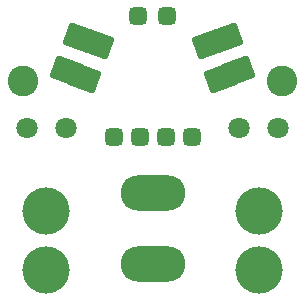
<source format=gbr>
%TF.GenerationSoftware,KiCad,Pcbnew,(6.0.5)*%
%TF.CreationDate,2022-11-23T01:52:28-05:00*%
%TF.ProjectId,Eggman3,4567676d-616e-4332-9e6b-696361645f70,rev?*%
%TF.SameCoordinates,Original*%
%TF.FileFunction,Soldermask,Bot*%
%TF.FilePolarity,Negative*%
%FSLAX46Y46*%
G04 Gerber Fmt 4.6, Leading zero omitted, Abs format (unit mm)*
G04 Created by KiCad (PCBNEW (6.0.5)) date 2022-11-23 01:52:28*
%MOMM*%
%LPD*%
G01*
G04 APERTURE LIST*
G04 Aperture macros list*
%AMRoundRect*
0 Rectangle with rounded corners*
0 $1 Rounding radius*
0 $2 $3 $4 $5 $6 $7 $8 $9 X,Y pos of 4 corners*
0 Add a 4 corners polygon primitive as box body*
4,1,4,$2,$3,$4,$5,$6,$7,$8,$9,$2,$3,0*
0 Add four circle primitives for the rounded corners*
1,1,$1+$1,$2,$3*
1,1,$1+$1,$4,$5*
1,1,$1+$1,$6,$7*
1,1,$1+$1,$8,$9*
0 Add four rect primitives between the rounded corners*
20,1,$1+$1,$2,$3,$4,$5,0*
20,1,$1+$1,$4,$5,$6,$7,0*
20,1,$1+$1,$6,$7,$8,$9,0*
20,1,$1+$1,$8,$9,$2,$3,0*%
G04 Aperture macros list end*
%ADD10C,1.800000*%
%ADD11C,2.600000*%
%ADD12RoundRect,0.200000X-1.260293X0.392633X-0.713061X-1.110875X1.260293X-0.392633X0.713061X1.110875X0*%
%ADD13RoundRect,0.200000X1.260293X-0.392633X0.713061X1.110875X-1.260293X0.392633X-0.713061X-1.110875X0*%
%ADD14RoundRect,0.200000X-0.713061X1.110875X-1.260293X-0.392633X0.713061X-1.110875X1.260293X0.392633X0*%
%ADD15RoundRect,0.200000X0.713061X-1.110875X1.260293X0.392633X-0.713061X1.110875X-1.260293X-0.392633X0*%
%ADD16C,4.000000*%
%ADD17RoundRect,1.500000X1.250000X0.000000X1.250000X0.000000X-1.250000X0.000000X-1.250000X0.000000X0*%
%ADD18RoundRect,0.375000X-0.375000X-0.375000X0.375000X-0.375000X0.375000X0.375000X-0.375000X0.375000X0*%
%ADD19RoundRect,0.375000X-0.375000X0.375000X-0.375000X-0.375000X0.375000X-0.375000X0.375000X0.375000X0*%
%ADD20RoundRect,0.375000X0.375000X-0.375000X0.375000X0.375000X-0.375000X0.375000X-0.375000X-0.375000X0*%
G04 APERTURE END LIST*
D10*
%TO.C,C2*%
X-10650000Y15000000D03*
X-7350000Y15000000D03*
%TD*%
%TO.C,C1*%
X7350000Y15000000D03*
X10650000Y15000000D03*
%TD*%
D11*
%TO.C,*%
X-11000000Y19000000D03*
%TD*%
%TO.C,*%
X11000000Y19000000D03*
%TD*%
D12*
%TO.C,J11*%
X6198566Y22694079D03*
D13*
X4758957Y22170104D03*
D12*
X7241043Y19829896D03*
D13*
X5801434Y19305921D03*
%TD*%
D14*
%TO.C,J10*%
X-4718923Y22170104D03*
D15*
X-6158532Y22694079D03*
D14*
X-5761400Y19305921D03*
D15*
X-7201010Y19829896D03*
%TD*%
D16*
%TO.C,J9*%
X-9000000Y8000000D03*
X-9000000Y3000000D03*
%TD*%
%TO.C,J8*%
X9000000Y3000000D03*
X9000000Y8000000D03*
%TD*%
D17*
%TO.C,J7*%
X0Y3500000D03*
X0Y9500000D03*
%TD*%
D18*
%TO.C,J4*%
X-3300000Y14250000D03*
%TD*%
%TO.C,J3*%
X-1100000Y14250000D03*
%TD*%
D19*
%TO.C,J2*%
X1250000Y24500000D03*
%TD*%
D18*
%TO.C,J1*%
X1100000Y14250000D03*
%TD*%
%TO.C,J6*%
X3300000Y14250000D03*
%TD*%
D20*
%TO.C,J5*%
X-1250000Y24500000D03*
%TD*%
M02*

</source>
